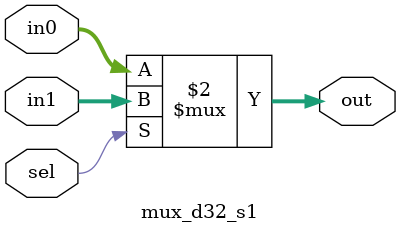
<source format=v>
`timescale 1ns / 1ps

module mux_d32_s1
(
    input wire[31:0] in0,
    input wire[31:0] in1,
    input wire sel,
    output wire[31:0] out
);

assign out = (!sel) ? in0 : in1;

endmodule

</source>
